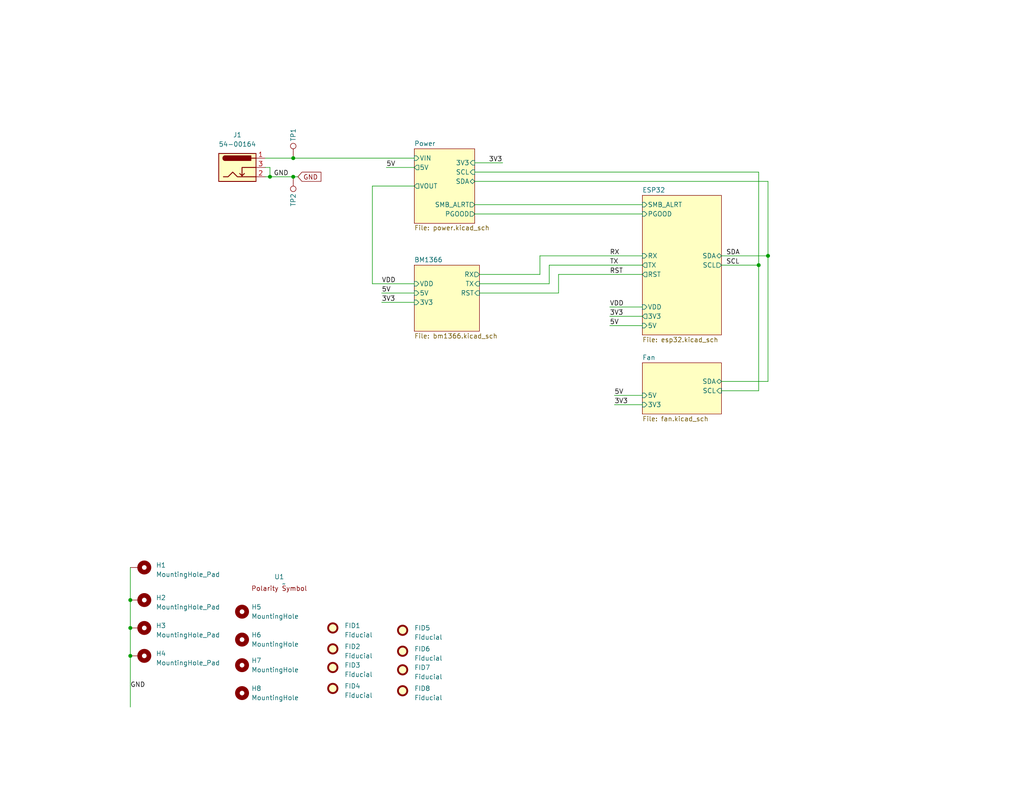
<source format=kicad_sch>
(kicad_sch (version 20231120) (generator "eeschema") (generator_version "8.0")
  (paper "A")
  (title_block (title "bitaxeUltra") (date "2024-06-19") (rev "207"))
  (lib_symbols
    (symbol "Connector:Barrel_Jack_Switch" (pin_names hide)
      (property "Reference" "J" (at 0 5.334 0))
      (property "Value" "Barrel_Jack_Switch" (at 0 -5.08 0))
      (symbol "Barrel_Jack_Switch_0_1"
        (rectangle (start -5.08 3.81) (end 5.08 -3.81) (stroke (width 0.254)) (fill (type background)))
        (arc (start -3.302 3.175) (mid -3.9343 2.54) (end -3.302 1.905) (stroke (width 0.254)))
        (arc (start -3.302 3.175) (mid -3.9343 2.54) (end -3.302 1.905) (stroke (width 0.254)) (fill (type outline)))
        (polyline (pts (xy 1.27 -2.286) (xy 1.905 -1.651)) (stroke (width 0.254)))
        (polyline (pts (xy 5.08 2.54) (xy 3.81 2.54)) (stroke (width 0.254)))
        (polyline (pts (xy 5.08 0) (xy 1.27 0) (xy 1.27 -2.286) (xy 0.635 -1.651)) (stroke (width 0.254)))
        (polyline (pts (xy -3.81 -2.54) (xy -2.54 -2.54) (xy -1.27 -1.27) (xy 0 -2.54) (xy 2.54 -2.54) (xy 5.08 -2.54)) (stroke (width 0.254)))
        (rectangle (start 3.683 3.175) (end -3.302 1.905) (stroke (width 0.254)) (fill (type outline)))
      )
      (symbol "Barrel_Jack_Switch_1_1"
        (pin power_out line (at 7.62 2.54 180) (length 2.54) (name "~") (number "1"))
        (pin power_out line (at 7.62 -2.54 180) (length 2.54) (name "~") (number "2"))
        (pin passive line (at 7.62 0 180) (length 2.54) (name "~") (number "3"))
      )
    )
    (symbol "Connector:TestPoint" (pin_numbers hide) (pin_names (offset 0.762) hide)
      (property "Reference" "TP" (at 0 6.858 0))
      (property "Value" "TestPoint" (at 0 5.08 0))
      (symbol "TestPoint_0_1"
        (circle (center 0 3.302) (radius 0.762))
      )
      (symbol "TestPoint_1_1"
        (pin passive line (at 0 0 90) (length 2.54) (name "1") (number "1"))
      )
    )
    (symbol "Mechanical:Fiducial"
      (property "Reference" "FID" (at 0 5.08 0))
      (property "Value" "Fiducial" (at 0 3.175 0))
      (symbol "Fiducial_0_1"
        (circle (center 0 0) (radius 1.27) (stroke (width 0.508)) (fill (type background)))
      )
    )
    (symbol "Mechanical:MountingHole" (pin_names (offset 1.016))
      (property "Reference" "H" (at 0 5.08 0))
      (property "Value" "MountingHole" (at 0 3.175 0))
      (symbol "MountingHole_0_1"
        (circle (center 0 0) (radius 1.27) (stroke (width 1.27)))
      )
    )
    (symbol "Mechanical:MountingHole_Pad" (pin_numbers hide) (pin_names (offset 1.016) hide)
      (property "Reference" "H" (at 0 6.35 0))
      (property "Value" "MountingHole_Pad" (at 0 4.445 0))
      (symbol "MountingHole_Pad_0_1"
        (circle (center 0 1.27) (radius 1.27) (stroke (width 1.27)))
      )
      (symbol "MountingHole_Pad_1_1"
        (pin input line (at 0 -2.54 90) (length 2.54) (name "1") (number "1"))
      )
    )
    (symbol "bitaxe:polarity" (in_bom no)
      (property "Reference" "U" (at 0 0 0))
      (symbol "polarity_1_1"
        (text "Polarity Symbol" (at -1.27 -1.27 0) (effects (font (size 1.27 1.27))))
      )
    )
  )
  (junction (at 73.66 48.26))
  (junction (at 209.55 69.85))
  (junction (at 35.56 179.07))
  (junction (at 80.01 43.18))
  (junction (at 35.56 171.45))
  (junction (at 207.01 72.39))
  (junction (at 80.01 48.26))
  (junction (at 35.56 163.83))
  (wire (pts (xy 73.66 45.72) (xy 73.66 48.26)))
  (wire (pts (xy 129.54 46.99) (xy 207.01 46.99)))
  (wire (pts (xy 196.85 72.39) (xy 207.01 72.39)))
  (wire (pts (xy 80.01 48.26) (xy 81.28 48.26)))
  (wire (pts (xy 105.41 45.72) (xy 113.03 45.72)))
  (wire (pts (xy 147.32 74.93) (xy 147.32 69.85)))
  (wire (pts (xy 130.81 77.47) (xy 149.86 77.47)))
  (wire (pts (xy 166.37 88.9) (xy 175.26 88.9)))
  (wire (pts (xy 72.39 43.18) (xy 80.01 43.18)))
  (wire (pts (xy 72.39 48.26) (xy 73.66 48.26)))
  (wire (pts (xy 167.64 110.49) (xy 175.26 110.49)))
  (wire (pts (xy 209.55 49.53) (xy 209.55 69.85)))
  (wire (pts (xy 152.4 74.93) (xy 175.26 74.93)))
  (wire (pts (xy 129.54 49.53) (xy 209.55 49.53)))
  (wire (pts (xy 73.66 48.26) (xy 80.01 48.26)))
  (wire (pts (xy 166.37 83.82) (xy 175.26 83.82)))
  (wire (pts (xy 207.01 72.39) (xy 207.01 106.68)))
  (wire (pts (xy 207.01 46.99) (xy 207.01 72.39)))
  (wire (pts (xy 196.85 69.85) (xy 209.55 69.85)))
  (wire (pts (xy 152.4 80.01) (xy 152.4 74.93)))
  (wire (pts (xy 35.56 163.83) (xy 35.56 171.45)))
  (wire (pts (xy 104.14 82.55) (xy 113.03 82.55)))
  (wire (pts (xy 130.81 74.93) (xy 147.32 74.93)))
  (wire (pts (xy 196.85 104.14) (xy 209.55 104.14)))
  (wire (pts (xy 72.39 45.72) (xy 73.66 45.72)))
  (wire (pts (xy 101.6 77.47) (xy 101.6 50.8)))
  (wire (pts (xy 149.86 77.47) (xy 149.86 72.39)))
  (wire (pts (xy 196.85 106.68) (xy 207.01 106.68)))
  (wire (pts (xy 104.14 80.01) (xy 113.03 80.01)))
  (wire (pts (xy 209.55 104.14) (xy 209.55 69.85)))
  (wire (pts (xy 129.54 58.42) (xy 175.26 58.42)))
  (wire (pts (xy 167.64 107.95) (xy 175.26 107.95)))
  (wire (pts (xy 129.54 55.88) (xy 175.26 55.88)))
  (wire (pts (xy 35.56 179.07) (xy 35.56 193.04)))
  (wire (pts (xy 35.56 154.94) (xy 35.56 163.83)))
  (wire (pts (xy 147.32 69.85) (xy 175.26 69.85)))
  (wire (pts (xy 166.37 86.36) (xy 175.26 86.36)))
  (wire (pts (xy 113.03 77.47) (xy 101.6 77.47)))
  (wire (pts (xy 101.6 50.8) (xy 113.03 50.8)))
  (wire (pts (xy 130.81 80.01) (xy 152.4 80.01)))
  (wire (pts (xy 149.86 72.39) (xy 175.26 72.39)))
  (wire (pts (xy 35.56 171.45) (xy 35.56 179.07)))
  (wire (pts (xy 80.01 43.18) (xy 113.03 43.18)))
  (wire (pts (xy 129.54 44.45) (xy 137.16 44.45)))
  (label "VDD" (at 166.37 83.82 0))
  (label "3V3" (at 104.14 82.55 0))
  (label "RST" (at 166.37 74.93 0))
  (label "VDD" (at 104.14 77.47 0))
  (label "5V" (at 105.41 45.72 0))
  (label "5V" (at 167.64 107.95 0))
  (label "SDA" (at 198.12 69.85 0))
  (label "GND" (at 35.56 187.96 0))
  (label "RX" (at 166.37 69.85 0))
  (label "3V3" (at 133.35 44.45 0))
  (label "3V3" (at 166.37 86.36 0))
  (label "SCL" (at 198.12 72.39 0))
  (label "5V" (at 166.37 88.9 0))
  (label "3V3" (at 167.64 110.49 0))
  (label "5V" (at 104.14 80.01 0))
  (label "GND" (at 78.74 48.26 180))
  (label "TX" (at 166.37 72.39 0))
  (global_label "GND" (shape input) (at 81.28 48.26 0) (property "Intersheetrefs" "${INTERSHEET_REFS}" (effects (hide yes))))
  (symbol (lib_id "Mechanical:Fiducial") (at 90.805 177.165 0) (unit 1) (in_bom no)
    (property "Reference" "FID2" (at 93.98 176.53 0) (effects (justify left)))
    (property "Value" "Fiducial" (at 93.98 179.07 0) (effects (justify left)))
    (property "Footprint" "Fiducial:Fiducial_1mm_Mask2mm" (effects (hide yes)))
  )
  (symbol (lib_id "Mechanical:Fiducial") (at 90.805 182.245 0) (unit 1) (in_bom no)
    (property "Reference" "FID3" (at 93.98 181.61 0) (effects (justify left)))
    (property "Value" "Fiducial" (at 93.98 184.15 0) (effects (justify left)))
    (property "Footprint" "Fiducial:Fiducial_1mm_Mask2mm" (effects (hide yes)))
  )
  (symbol (lib_id "Mechanical:Fiducial") (at 90.805 187.96 0) (unit 1) (in_bom no)
    (property "Reference" "FID4" (at 93.98 187.325 0) (effects (justify left)))
    (property "Value" "Fiducial" (at 93.98 189.865 0) (effects (justify left)))
    (property "Footprint" "Fiducial:Fiducial_1mm_Mask2mm" (effects (hide yes)))
  )
  (symbol (lib_id "Mechanical:Fiducial") (at 109.855 177.8 0) (unit 1) (in_bom no)
    (property "Reference" "FID6" (at 113.03 177.165 0) (effects (justify left)))
    (property "Value" "Fiducial" (at 113.03 179.705 0) (effects (justify left)))
    (property "Footprint" "Fiducial:Fiducial_1mm_Mask2mm" (effects (hide yes)))
  )
  (symbol (lib_id "Connector:TestPoint") (at 80.01 43.18 0) (unit 1) (in_bom no)
    (property "Reference" "TP1" (at 80.01 36.83 90))
    (property "Value" "TestPoint" (effects (hide yes)))
    (property "Footprint" "TestPoint:TestPoint_Pad_D1.5mm" (effects (hide yes)))
  )
  (symbol (lib_id "Connector:TestPoint") (at 80.01 48.26 180) (unit 1) (in_bom no)
    (property "Reference" "TP2" (at 80.01 54.61 90))
    (property "Value" "TestPoint" (effects (hide yes)))
    (property "Footprint" "TestPoint:TestPoint_Pad_D1.5mm" (effects (hide yes)))
  )
  (symbol (lib_id "Mechanical:MountingHole") (at 66.04 189.23 0) (unit 1) (in_bom no)
    (property "Reference" "H8" (at 68.58 187.9599 0) (effects (justify left)))
    (property "Value" "MountingHole" (at 68.58 190.4999 0) (effects (justify left)))
    (property "Footprint" "MountingHole:MountingHole_3.5mm" (effects (hide yes)))
  )
  (symbol (lib_id "Connector:Barrel_Jack_Switch") (at 64.77 45.72 0) (unit 1)
    (property "Reference" "J1" (at 64.77 36.83 0))
    (property "Value" "54-00164" (at 64.77 39.37 0))
    (property "Footprint" "bitaxe:TENSILITY_54-00164" (effects (hide yes)))
    (property "Datasheet" "https://tensility.s3.amazonaws.com/uploads/pdffiles/54-00164.pdf" (effects (hide yes)))
    (property "Description" "DC Barrel Jack with an internal switch" (effects (hide yes)))
    (property "DK" "839-54-00164CT-ND" (effects (hide yes)))
    (property "PARTNO" "54-00164" (effects (hide yes)))
    (property "LCSC" "C431534" (effects (hide yes)))
  )
  (symbol (lib_id "Mechanical:MountingHole_Pad") (at 38.1 154.94 270) (unit 1) (in_bom no)
    (property "Reference" "H1" (at 42.545 154.305 90) (effects (justify left)))
    (property "Value" "MountingHole_Pad" (at 42.545 156.845 90) (effects (justify left)))
    (property "Footprint" "MountingHole:MountingHole_3mm_Pad_Via" (effects (hide yes)))
  )
  (symbol (lib_id "Mechanical:MountingHole") (at 66.04 181.61 0) (unit 1) (in_bom no)
    (property "Reference" "H7" (at 68.58 180.3399 0) (effects (justify left)))
    (property "Value" "MountingHole" (at 68.58 182.8799 0) (effects (justify left)))
    (property "Footprint" "MountingHole:MountingHole_3.5mm" (effects (hide yes)))
  )
  (symbol (lib_id "Mechanical:Fiducial") (at 90.805 171.45 0) (unit 1) (in_bom no)
    (property "Reference" "FID1" (at 93.98 170.815 0) (effects (justify left)))
    (property "Value" "Fiducial" (at 93.98 173.355 0) (effects (justify left)))
    (property "Footprint" "Fiducial:Fiducial_1mm_Mask2mm" (effects (hide yes)))
  )
  (symbol (lib_id "Mechanical:Fiducial") (at 109.855 188.595 0) (unit 1) (in_bom no)
    (property "Reference" "FID8" (at 113.03 187.96 0) (effects (justify left)))
    (property "Value" "Fiducial" (at 113.03 190.5 0) (effects (justify left)))
    (property "Footprint" "Fiducial:Fiducial_1mm_Mask2mm" (effects (hide yes)))
  )
  (symbol (lib_id "Mechanical:Fiducial") (at 109.855 172.085 0) (unit 1) (in_bom no)
    (property "Reference" "FID5" (at 113.03 171.45 0) (effects (justify left)))
    (property "Value" "Fiducial" (at 113.03 173.99 0) (effects (justify left)))
    (property "Footprint" "Fiducial:Fiducial_1mm_Mask2mm" (effects (hide yes)))
  )
  (symbol (lib_id "Mechanical:MountingHole") (at 66.04 174.625 0) (unit 1) (in_bom no)
    (property "Reference" "H6" (at 68.58 173.3549 0) (effects (justify left)))
    (property "Value" "MountingHole" (at 68.58 175.8949 0) (effects (justify left)))
    (property "Footprint" "MountingHole:MountingHole_3.5mm" (effects (hide yes)))
  )
  (symbol (lib_id "Mechanical:Fiducial") (at 109.855 182.88 0) (unit 1) (in_bom no)
    (property "Reference" "FID7" (at 113.03 182.245 0) (effects (justify left)))
    (property "Value" "Fiducial" (at 113.03 184.785 0) (effects (justify left)))
    (property "Footprint" "Fiducial:Fiducial_1mm_Mask2mm" (effects (hide yes)))
  )
  (symbol (lib_id "Mechanical:MountingHole") (at 66.04 167.005 0) (unit 1) (in_bom no)
    (property "Reference" "H5" (at 68.58 165.7349 0) (effects (justify left)))
    (property "Value" "MountingHole" (at 68.58 168.2749 0) (effects (justify left)))
    (property "Footprint" "MountingHole:MountingHole_3.5mm" (effects (hide yes)))
  )
  (symbol (lib_id "Mechanical:MountingHole_Pad") (at 38.1 171.45 270) (unit 1) (in_bom no)
    (property "Reference" "H3" (at 42.545 170.815 90) (effects (justify left)))
    (property "Value" "MountingHole_Pad" (at 42.545 173.355 90) (effects (justify left)))
    (property "Footprint" "MountingHole:MountingHole_3mm_Pad_Via" (effects (hide yes)))
  )
  (symbol (lib_id "Mechanical:MountingHole_Pad") (at 38.1 163.83 270) (unit 1) (in_bom no)
    (property "Reference" "H2" (at 42.545 163.195 90) (effects (justify left)))
    (property "Value" "MountingHole_Pad" (at 42.545 165.735 90) (effects (justify left)))
    (property "Footprint" "MountingHole:MountingHole_3mm_Pad_Via" (effects (hide yes)))
  )
  (symbol (lib_id "Mechanical:MountingHole_Pad") (at 38.1 179.07 270) (unit 1) (in_bom no)
    (property "Reference" "H4" (at 42.545 178.435 90) (effects (justify left)))
    (property "Value" "MountingHole_Pad" (at 42.545 180.975 90) (effects (justify left)))
    (property "Footprint" "MountingHole:MountingHole_3mm_Pad_Via" (effects (hide yes)))
  )
  (symbol (lib_id "bitaxe:polarity") (at 77.47 159.385 0) (unit 1) (in_bom no)
    (property "Reference" "U1" (at 76.2 157.48 0))
    (property "Value" "~" (at 77.47 159.385 0))
    (property "Footprint" "bitaxe:polarity" (effects (hide yes)))
  )
  (sheet (at 113.03 72.39) (size 17.78 18.034) (stroke (width 0.1524)) (fill (color 255 255 194 1.0000))
    (property "Sheetname" "BM1366" (at 113.03 71.6784 0) (effects (justify left bottom)))
    (property "Sheetfile" "bm1366.kicad_sch" (at 113.03 91.0086 0) (effects (justify left top)))
    (pin "TX" input (at 130.81 77.47 0))
    (pin "RX" output (at 130.81 74.93 0))
    (pin "RST" input (at 130.81 80.01 0))
    (pin "3V3" input (at 113.03 82.55 180))
    (pin "5V" input (at 113.03 80.01 180))
    (pin "VDD" input (at 113.03 77.47 180))
  )
  (sheet (at 175.26 99.06) (size 21.59 13.97) (stroke (width 0.1524)) (fill (color 255 255 194 1.0000))
    (property "Sheetname" "Fan" (at 175.26 98.3484 0) (effects (justify left bottom)))
    (property "Sheetfile" "fan.kicad_sch" (at 175.26 113.6146 0) (effects (justify left top)))
    (pin "SDA" bidirectional (at 196.85 104.14 0))
    (pin "SCL" input (at 196.85 106.68 0))
    (pin "5V" input (at 175.26 107.95 180))
    (pin "3V3" input (at 175.26 110.49 180))
  )
  (sheet (at 113.03 40.64) (size 16.51 20.32) (stroke (width 0.1524)) (fill (color 255 255 194 1.0000))
    (property "Sheetname" "Power" (at 113.03 39.9284 0) (effects (justify left bottom)))
    (property "Sheetfile" "power.kicad_sch" (at 113.03 61.468 0) (effects (justify left top)))
    (pin "VOUT" output (at 113.03 50.8 180))
    (pin "VIN" input (at 113.03 43.18 180))
    (pin "SCL" input (at 129.54 46.99 0))
    (pin "SDA" bidirectional (at 129.54 49.53 0))
    (pin "5V" output (at 113.03 45.72 180))
    (pin "3V3" input (at 129.54 44.45 0))
    (pin "PGOOD" output (at 129.54 58.42 0))
    (pin "SMB_ALRT" output (at 129.54 55.88 0))
  )
  (sheet (at 175.26 53.34) (size 21.59 38.1) (stroke (width 0.1524)) (fill (color 255 255 194 1.0000))
    (property "Sheetname" "ESP32" (at 175.26 52.6284 0) (effects (justify left bottom)))
    (property "Sheetfile" "esp32.kicad_sch" (at 175.26 92.0246 0) (effects (justify left top)))
    (pin "SDA" bidirectional (at 196.85 69.85 0))
    (pin "SCL" output (at 196.85 72.39 0))
    (pin "RX" input (at 175.26 69.85 180))
    (pin "TX" output (at 175.26 72.39 180))
    (pin "RST" output (at 175.26 74.93 180))
    (pin "5V" input (at 175.26 88.9 180))
    (pin "3V3" output (at 175.26 86.36 180))
    (pin "PGOOD" input (at 175.26 58.42 180))
    (pin "VDD" input (at 175.26 83.82 180))
    (pin "SMB_ALRT" input (at 175.26 55.88 180))
  )
)
</source>
